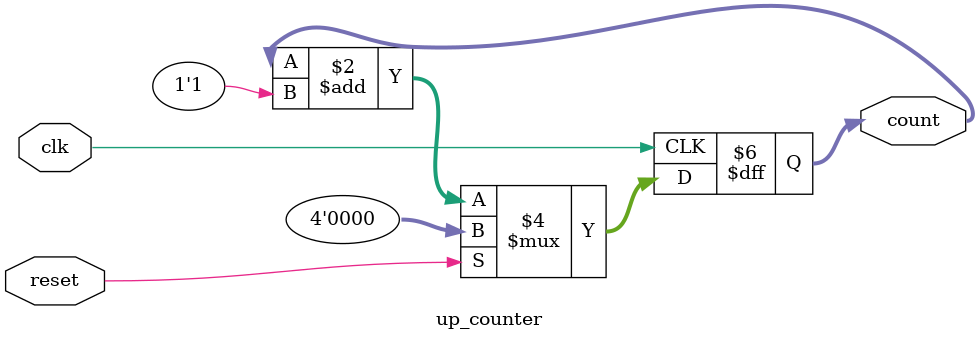
<source format=v>
module up_counter(
    input clk,    
    input reset,        
    output reg [3:0] count);

    always @(posedge clk) begin
        if (reset)
            count <= 4'd0;         
        else
            count <= count + 1'b1; 
    end
endmodule

</source>
